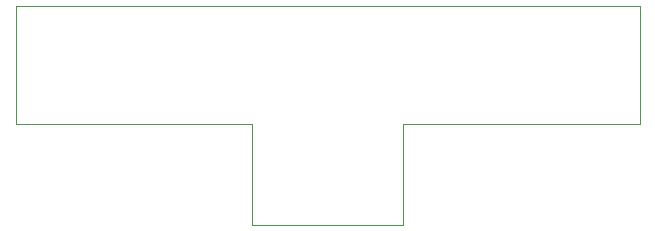
<source format=gbr>
%TF.GenerationSoftware,KiCad,Pcbnew,5.1.7-a382d34a8~88~ubuntu18.04.1*%
%TF.CreationDate,2021-01-07T11:27:00-05:00*%
%TF.ProjectId,DJI_to_xt30,444a495f-746f-45f7-9874-33302e6b6963,rev?*%
%TF.SameCoordinates,Original*%
%TF.FileFunction,Profile,NP*%
%FSLAX46Y46*%
G04 Gerber Fmt 4.6, Leading zero omitted, Abs format (unit mm)*
G04 Created by KiCad (PCBNEW 5.1.7-a382d34a8~88~ubuntu18.04.1) date 2021-01-07 11:27:00*
%MOMM*%
%LPD*%
G01*
G04 APERTURE LIST*
%TA.AperFunction,Profile*%
%ADD10C,0.050000*%
%TD*%
G04 APERTURE END LIST*
D10*
X32800000Y-10000000D02*
X32800000Y-18560000D01*
X52800000Y-10000000D02*
X32800000Y-10000000D01*
X20000000Y-18560000D02*
X32800000Y-18560000D01*
X20000000Y-10000000D02*
X20000000Y-18560000D01*
X0Y-10000000D02*
X20000000Y-10000000D01*
X52800000Y0D02*
X52800000Y-10000000D01*
X0Y0D02*
X0Y-10000000D01*
X0Y0D02*
X52800000Y0D01*
M02*

</source>
